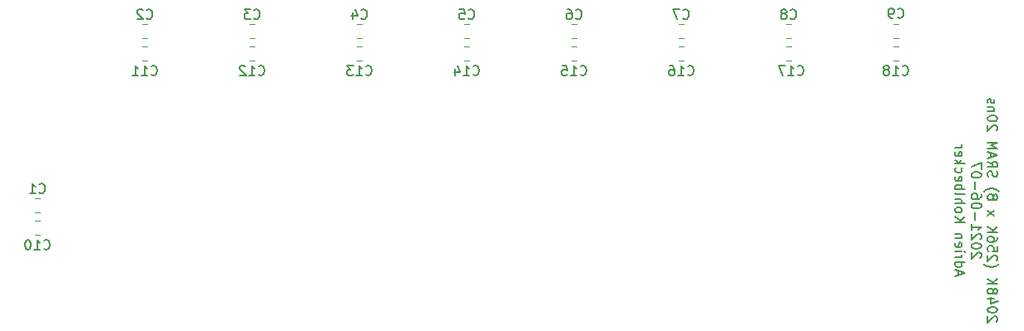
<source format=gbo>
G04 #@! TF.GenerationSoftware,KiCad,Pcbnew,(5.1.9-0-10_14)*
G04 #@! TF.CreationDate,2021-06-10T12:38:53+02:00*
G04 #@! TF.ProjectId,video_memory,76696465-6f5f-46d6-956d-6f72792e6b69,rev?*
G04 #@! TF.SameCoordinates,Original*
G04 #@! TF.FileFunction,Legend,Bot*
G04 #@! TF.FilePolarity,Positive*
%FSLAX46Y46*%
G04 Gerber Fmt 4.6, Leading zero omitted, Abs format (unit mm)*
G04 Created by KiCad (PCBNEW (5.1.9-0-10_14)) date 2021-06-10 12:38:53*
%MOMM*%
%LPD*%
G01*
G04 APERTURE LIST*
%ADD10C,0.150000*%
%ADD11C,0.120000*%
%ADD12O,1.600000X1.600000*%
%ADD13R,1.600000X1.600000*%
%ADD14C,6.400000*%
%ADD15O,1.700000X1.700000*%
%ADD16R,1.700000X1.700000*%
G04 APERTURE END LIST*
D10*
X179648380Y-115520952D02*
X179696000Y-115473333D01*
X179743619Y-115378095D01*
X179743619Y-115140000D01*
X179696000Y-115044761D01*
X179648380Y-114997142D01*
X179553142Y-114949523D01*
X179457904Y-114949523D01*
X179315047Y-114997142D01*
X178743619Y-115568571D01*
X178743619Y-114949523D01*
X179743619Y-114330476D02*
X179743619Y-114235238D01*
X179696000Y-114140000D01*
X179648380Y-114092380D01*
X179553142Y-114044761D01*
X179362666Y-113997142D01*
X179124571Y-113997142D01*
X178934095Y-114044761D01*
X178838857Y-114092380D01*
X178791238Y-114140000D01*
X178743619Y-114235238D01*
X178743619Y-114330476D01*
X178791238Y-114425714D01*
X178838857Y-114473333D01*
X178934095Y-114520952D01*
X179124571Y-114568571D01*
X179362666Y-114568571D01*
X179553142Y-114520952D01*
X179648380Y-114473333D01*
X179696000Y-114425714D01*
X179743619Y-114330476D01*
X179410285Y-113140000D02*
X178743619Y-113140000D01*
X179791238Y-113378095D02*
X179076952Y-113616190D01*
X179076952Y-112997142D01*
X179315047Y-112473333D02*
X179362666Y-112568571D01*
X179410285Y-112616190D01*
X179505523Y-112663809D01*
X179553142Y-112663809D01*
X179648380Y-112616190D01*
X179696000Y-112568571D01*
X179743619Y-112473333D01*
X179743619Y-112282857D01*
X179696000Y-112187619D01*
X179648380Y-112140000D01*
X179553142Y-112092380D01*
X179505523Y-112092380D01*
X179410285Y-112140000D01*
X179362666Y-112187619D01*
X179315047Y-112282857D01*
X179315047Y-112473333D01*
X179267428Y-112568571D01*
X179219809Y-112616190D01*
X179124571Y-112663809D01*
X178934095Y-112663809D01*
X178838857Y-112616190D01*
X178791238Y-112568571D01*
X178743619Y-112473333D01*
X178743619Y-112282857D01*
X178791238Y-112187619D01*
X178838857Y-112140000D01*
X178934095Y-112092380D01*
X179124571Y-112092380D01*
X179219809Y-112140000D01*
X179267428Y-112187619D01*
X179315047Y-112282857D01*
X178743619Y-111663809D02*
X179743619Y-111663809D01*
X178743619Y-111092380D02*
X179315047Y-111520952D01*
X179743619Y-111092380D02*
X179172190Y-111663809D01*
X178362666Y-109616190D02*
X178410285Y-109663809D01*
X178553142Y-109759047D01*
X178648380Y-109806666D01*
X178791238Y-109854285D01*
X179029333Y-109901904D01*
X179219809Y-109901904D01*
X179457904Y-109854285D01*
X179600761Y-109806666D01*
X179696000Y-109759047D01*
X179838857Y-109663809D01*
X179886476Y-109616190D01*
X179648380Y-109282857D02*
X179696000Y-109235238D01*
X179743619Y-109140000D01*
X179743619Y-108901904D01*
X179696000Y-108806666D01*
X179648380Y-108759047D01*
X179553142Y-108711428D01*
X179457904Y-108711428D01*
X179315047Y-108759047D01*
X178743619Y-109330476D01*
X178743619Y-108711428D01*
X179743619Y-107806666D02*
X179743619Y-108282857D01*
X179267428Y-108330476D01*
X179315047Y-108282857D01*
X179362666Y-108187619D01*
X179362666Y-107949523D01*
X179315047Y-107854285D01*
X179267428Y-107806666D01*
X179172190Y-107759047D01*
X178934095Y-107759047D01*
X178838857Y-107806666D01*
X178791238Y-107854285D01*
X178743619Y-107949523D01*
X178743619Y-108187619D01*
X178791238Y-108282857D01*
X178838857Y-108330476D01*
X179743619Y-106901904D02*
X179743619Y-107092380D01*
X179696000Y-107187619D01*
X179648380Y-107235238D01*
X179505523Y-107330476D01*
X179315047Y-107378095D01*
X178934095Y-107378095D01*
X178838857Y-107330476D01*
X178791238Y-107282857D01*
X178743619Y-107187619D01*
X178743619Y-106997142D01*
X178791238Y-106901904D01*
X178838857Y-106854285D01*
X178934095Y-106806666D01*
X179172190Y-106806666D01*
X179267428Y-106854285D01*
X179315047Y-106901904D01*
X179362666Y-106997142D01*
X179362666Y-107187619D01*
X179315047Y-107282857D01*
X179267428Y-107330476D01*
X179172190Y-107378095D01*
X178743619Y-106378095D02*
X179743619Y-106378095D01*
X178743619Y-105806666D02*
X179315047Y-106235238D01*
X179743619Y-105806666D02*
X179172190Y-106378095D01*
X178743619Y-104711428D02*
X179410285Y-104187619D01*
X179410285Y-104711428D02*
X178743619Y-104187619D01*
X179315047Y-102901904D02*
X179362666Y-102997142D01*
X179410285Y-103044761D01*
X179505523Y-103092380D01*
X179553142Y-103092380D01*
X179648380Y-103044761D01*
X179696000Y-102997142D01*
X179743619Y-102901904D01*
X179743619Y-102711428D01*
X179696000Y-102616190D01*
X179648380Y-102568571D01*
X179553142Y-102520952D01*
X179505523Y-102520952D01*
X179410285Y-102568571D01*
X179362666Y-102616190D01*
X179315047Y-102711428D01*
X179315047Y-102901904D01*
X179267428Y-102997142D01*
X179219809Y-103044761D01*
X179124571Y-103092380D01*
X178934095Y-103092380D01*
X178838857Y-103044761D01*
X178791238Y-102997142D01*
X178743619Y-102901904D01*
X178743619Y-102711428D01*
X178791238Y-102616190D01*
X178838857Y-102568571D01*
X178934095Y-102520952D01*
X179124571Y-102520952D01*
X179219809Y-102568571D01*
X179267428Y-102616190D01*
X179315047Y-102711428D01*
X178362666Y-102187619D02*
X178410285Y-102140000D01*
X178553142Y-102044761D01*
X178648380Y-101997142D01*
X178791238Y-101949523D01*
X179029333Y-101901904D01*
X179219809Y-101901904D01*
X179457904Y-101949523D01*
X179600761Y-101997142D01*
X179696000Y-102044761D01*
X179838857Y-102140000D01*
X179886476Y-102187619D01*
X178791238Y-100711428D02*
X178743619Y-100568571D01*
X178743619Y-100330476D01*
X178791238Y-100235238D01*
X178838857Y-100187619D01*
X178934095Y-100140000D01*
X179029333Y-100140000D01*
X179124571Y-100187619D01*
X179172190Y-100235238D01*
X179219809Y-100330476D01*
X179267428Y-100520952D01*
X179315047Y-100616190D01*
X179362666Y-100663809D01*
X179457904Y-100711428D01*
X179553142Y-100711428D01*
X179648380Y-100663809D01*
X179696000Y-100616190D01*
X179743619Y-100520952D01*
X179743619Y-100282857D01*
X179696000Y-100140000D01*
X178743619Y-99140000D02*
X179219809Y-99473333D01*
X178743619Y-99711428D02*
X179743619Y-99711428D01*
X179743619Y-99330476D01*
X179696000Y-99235238D01*
X179648380Y-99187619D01*
X179553142Y-99140000D01*
X179410285Y-99140000D01*
X179315047Y-99187619D01*
X179267428Y-99235238D01*
X179219809Y-99330476D01*
X179219809Y-99711428D01*
X179029333Y-98759047D02*
X179029333Y-98282857D01*
X178743619Y-98854285D02*
X179743619Y-98520952D01*
X178743619Y-98187619D01*
X178743619Y-97854285D02*
X179743619Y-97854285D01*
X179029333Y-97520952D01*
X179743619Y-97187619D01*
X178743619Y-97187619D01*
X179648380Y-95997142D02*
X179696000Y-95949523D01*
X179743619Y-95854285D01*
X179743619Y-95616190D01*
X179696000Y-95520952D01*
X179648380Y-95473333D01*
X179553142Y-95425714D01*
X179457904Y-95425714D01*
X179315047Y-95473333D01*
X178743619Y-96044761D01*
X178743619Y-95425714D01*
X179743619Y-94806666D02*
X179743619Y-94711428D01*
X179696000Y-94616190D01*
X179648380Y-94568571D01*
X179553142Y-94520952D01*
X179362666Y-94473333D01*
X179124571Y-94473333D01*
X178934095Y-94520952D01*
X178838857Y-94568571D01*
X178791238Y-94616190D01*
X178743619Y-94711428D01*
X178743619Y-94806666D01*
X178791238Y-94901904D01*
X178838857Y-94949523D01*
X178934095Y-94997142D01*
X179124571Y-95044761D01*
X179362666Y-95044761D01*
X179553142Y-94997142D01*
X179648380Y-94949523D01*
X179696000Y-94901904D01*
X179743619Y-94806666D01*
X179410285Y-94044761D02*
X178743619Y-94044761D01*
X179315047Y-94044761D02*
X179362666Y-93997142D01*
X179410285Y-93901904D01*
X179410285Y-93759047D01*
X179362666Y-93663809D01*
X179267428Y-93616190D01*
X178743619Y-93616190D01*
X178791238Y-93187619D02*
X178743619Y-93092380D01*
X178743619Y-92901904D01*
X178791238Y-92806666D01*
X178886476Y-92759047D01*
X178934095Y-92759047D01*
X179029333Y-92806666D01*
X179076952Y-92901904D01*
X179076952Y-93044761D01*
X179124571Y-93140000D01*
X179219809Y-93187619D01*
X179267428Y-93187619D01*
X179362666Y-93140000D01*
X179410285Y-93044761D01*
X179410285Y-92901904D01*
X179362666Y-92806666D01*
X177998380Y-108997142D02*
X178046000Y-108949523D01*
X178093619Y-108854285D01*
X178093619Y-108616190D01*
X178046000Y-108520952D01*
X177998380Y-108473333D01*
X177903142Y-108425714D01*
X177807904Y-108425714D01*
X177665047Y-108473333D01*
X177093619Y-109044761D01*
X177093619Y-108425714D01*
X178093619Y-107806666D02*
X178093619Y-107711428D01*
X178046000Y-107616190D01*
X177998380Y-107568571D01*
X177903142Y-107520952D01*
X177712666Y-107473333D01*
X177474571Y-107473333D01*
X177284095Y-107520952D01*
X177188857Y-107568571D01*
X177141238Y-107616190D01*
X177093619Y-107711428D01*
X177093619Y-107806666D01*
X177141238Y-107901904D01*
X177188857Y-107949523D01*
X177284095Y-107997142D01*
X177474571Y-108044761D01*
X177712666Y-108044761D01*
X177903142Y-107997142D01*
X177998380Y-107949523D01*
X178046000Y-107901904D01*
X178093619Y-107806666D01*
X177998380Y-107092380D02*
X178046000Y-107044761D01*
X178093619Y-106949523D01*
X178093619Y-106711428D01*
X178046000Y-106616190D01*
X177998380Y-106568571D01*
X177903142Y-106520952D01*
X177807904Y-106520952D01*
X177665047Y-106568571D01*
X177093619Y-107140000D01*
X177093619Y-106520952D01*
X177093619Y-105568571D02*
X177093619Y-106140000D01*
X177093619Y-105854285D02*
X178093619Y-105854285D01*
X177950761Y-105949523D01*
X177855523Y-106044761D01*
X177807904Y-106140000D01*
X177474571Y-105140000D02*
X177474571Y-104378095D01*
X178093619Y-103711428D02*
X178093619Y-103616190D01*
X178046000Y-103520952D01*
X177998380Y-103473333D01*
X177903142Y-103425714D01*
X177712666Y-103378095D01*
X177474571Y-103378095D01*
X177284095Y-103425714D01*
X177188857Y-103473333D01*
X177141238Y-103520952D01*
X177093619Y-103616190D01*
X177093619Y-103711428D01*
X177141238Y-103806666D01*
X177188857Y-103854285D01*
X177284095Y-103901904D01*
X177474571Y-103949523D01*
X177712666Y-103949523D01*
X177903142Y-103901904D01*
X177998380Y-103854285D01*
X178046000Y-103806666D01*
X178093619Y-103711428D01*
X178093619Y-102520952D02*
X178093619Y-102711428D01*
X178046000Y-102806666D01*
X177998380Y-102854285D01*
X177855523Y-102949523D01*
X177665047Y-102997142D01*
X177284095Y-102997142D01*
X177188857Y-102949523D01*
X177141238Y-102901904D01*
X177093619Y-102806666D01*
X177093619Y-102616190D01*
X177141238Y-102520952D01*
X177188857Y-102473333D01*
X177284095Y-102425714D01*
X177522190Y-102425714D01*
X177617428Y-102473333D01*
X177665047Y-102520952D01*
X177712666Y-102616190D01*
X177712666Y-102806666D01*
X177665047Y-102901904D01*
X177617428Y-102949523D01*
X177522190Y-102997142D01*
X177474571Y-101997142D02*
X177474571Y-101235238D01*
X178093619Y-100568571D02*
X178093619Y-100473333D01*
X178046000Y-100378095D01*
X177998380Y-100330476D01*
X177903142Y-100282857D01*
X177712666Y-100235238D01*
X177474571Y-100235238D01*
X177284095Y-100282857D01*
X177188857Y-100330476D01*
X177141238Y-100378095D01*
X177093619Y-100473333D01*
X177093619Y-100568571D01*
X177141238Y-100663809D01*
X177188857Y-100711428D01*
X177284095Y-100759047D01*
X177474571Y-100806666D01*
X177712666Y-100806666D01*
X177903142Y-100759047D01*
X177998380Y-100711428D01*
X178046000Y-100663809D01*
X178093619Y-100568571D01*
X178093619Y-99901904D02*
X178093619Y-99235238D01*
X177093619Y-99663809D01*
X175729333Y-110759047D02*
X175729333Y-110282857D01*
X175443619Y-110854285D02*
X176443619Y-110520952D01*
X175443619Y-110187619D01*
X175443619Y-109425714D02*
X176443619Y-109425714D01*
X175491238Y-109425714D02*
X175443619Y-109520952D01*
X175443619Y-109711428D01*
X175491238Y-109806666D01*
X175538857Y-109854285D01*
X175634095Y-109901904D01*
X175919809Y-109901904D01*
X176015047Y-109854285D01*
X176062666Y-109806666D01*
X176110285Y-109711428D01*
X176110285Y-109520952D01*
X176062666Y-109425714D01*
X175443619Y-108949523D02*
X176110285Y-108949523D01*
X175919809Y-108949523D02*
X176015047Y-108901904D01*
X176062666Y-108854285D01*
X176110285Y-108759047D01*
X176110285Y-108663809D01*
X175443619Y-108330476D02*
X176110285Y-108330476D01*
X176443619Y-108330476D02*
X176396000Y-108378095D01*
X176348380Y-108330476D01*
X176396000Y-108282857D01*
X176443619Y-108330476D01*
X176348380Y-108330476D01*
X175491238Y-107473333D02*
X175443619Y-107568571D01*
X175443619Y-107759047D01*
X175491238Y-107854285D01*
X175586476Y-107901904D01*
X175967428Y-107901904D01*
X176062666Y-107854285D01*
X176110285Y-107759047D01*
X176110285Y-107568571D01*
X176062666Y-107473333D01*
X175967428Y-107425714D01*
X175872190Y-107425714D01*
X175776952Y-107901904D01*
X176110285Y-106997142D02*
X175443619Y-106997142D01*
X176015047Y-106997142D02*
X176062666Y-106949523D01*
X176110285Y-106854285D01*
X176110285Y-106711428D01*
X176062666Y-106616190D01*
X175967428Y-106568571D01*
X175443619Y-106568571D01*
X175443619Y-105330476D02*
X176443619Y-105330476D01*
X175443619Y-104759047D02*
X176015047Y-105187619D01*
X176443619Y-104759047D02*
X175872190Y-105330476D01*
X175443619Y-104187619D02*
X175491238Y-104282857D01*
X175538857Y-104330476D01*
X175634095Y-104378095D01*
X175919809Y-104378095D01*
X176015047Y-104330476D01*
X176062666Y-104282857D01*
X176110285Y-104187619D01*
X176110285Y-104044761D01*
X176062666Y-103949523D01*
X176015047Y-103901904D01*
X175919809Y-103854285D01*
X175634095Y-103854285D01*
X175538857Y-103901904D01*
X175491238Y-103949523D01*
X175443619Y-104044761D01*
X175443619Y-104187619D01*
X175443619Y-103425714D02*
X176443619Y-103425714D01*
X175443619Y-102997142D02*
X175967428Y-102997142D01*
X176062666Y-103044761D01*
X176110285Y-103140000D01*
X176110285Y-103282857D01*
X176062666Y-103378095D01*
X176015047Y-103425714D01*
X175443619Y-102378095D02*
X175491238Y-102473333D01*
X175586476Y-102520952D01*
X176443619Y-102520952D01*
X175443619Y-101997142D02*
X176443619Y-101997142D01*
X176062666Y-101997142D02*
X176110285Y-101901904D01*
X176110285Y-101711428D01*
X176062666Y-101616190D01*
X176015047Y-101568571D01*
X175919809Y-101520952D01*
X175634095Y-101520952D01*
X175538857Y-101568571D01*
X175491238Y-101616190D01*
X175443619Y-101711428D01*
X175443619Y-101901904D01*
X175491238Y-101997142D01*
X175491238Y-100711428D02*
X175443619Y-100806666D01*
X175443619Y-100997142D01*
X175491238Y-101092380D01*
X175586476Y-101140000D01*
X175967428Y-101140000D01*
X176062666Y-101092380D01*
X176110285Y-100997142D01*
X176110285Y-100806666D01*
X176062666Y-100711428D01*
X175967428Y-100663809D01*
X175872190Y-100663809D01*
X175776952Y-101140000D01*
X175491238Y-99806666D02*
X175443619Y-99901904D01*
X175443619Y-100092380D01*
X175491238Y-100187619D01*
X175538857Y-100235238D01*
X175634095Y-100282857D01*
X175919809Y-100282857D01*
X176015047Y-100235238D01*
X176062666Y-100187619D01*
X176110285Y-100092380D01*
X176110285Y-99901904D01*
X176062666Y-99806666D01*
X175443619Y-99378095D02*
X176443619Y-99378095D01*
X175824571Y-99282857D02*
X175443619Y-98997142D01*
X176110285Y-98997142D02*
X175729333Y-99378095D01*
X175491238Y-98187619D02*
X175443619Y-98282857D01*
X175443619Y-98473333D01*
X175491238Y-98568571D01*
X175586476Y-98616190D01*
X175967428Y-98616190D01*
X176062666Y-98568571D01*
X176110285Y-98473333D01*
X176110285Y-98282857D01*
X176062666Y-98187619D01*
X175967428Y-98140000D01*
X175872190Y-98140000D01*
X175776952Y-98616190D01*
X175443619Y-97711428D02*
X176110285Y-97711428D01*
X175919809Y-97711428D02*
X176015047Y-97663809D01*
X176062666Y-97616190D01*
X176110285Y-97520952D01*
X176110285Y-97425714D01*
D11*
X169679252Y-88873000D02*
X169156748Y-88873000D01*
X169679252Y-87403000D02*
X169156748Y-87403000D01*
X158757252Y-88873000D02*
X158234748Y-88873000D01*
X158757252Y-87403000D02*
X158234748Y-87403000D01*
X147835252Y-88873000D02*
X147312748Y-88873000D01*
X147835252Y-87403000D02*
X147312748Y-87403000D01*
X136913252Y-88873000D02*
X136390748Y-88873000D01*
X136913252Y-87403000D02*
X136390748Y-87403000D01*
X125991252Y-88873000D02*
X125468748Y-88873000D01*
X125991252Y-87403000D02*
X125468748Y-87403000D01*
X115069252Y-88873000D02*
X114546748Y-88873000D01*
X115069252Y-87403000D02*
X114546748Y-87403000D01*
X104147252Y-88873000D02*
X103624748Y-88873000D01*
X104147252Y-87403000D02*
X103624748Y-87403000D01*
X93225252Y-88873000D02*
X92702748Y-88873000D01*
X93225252Y-87403000D02*
X92702748Y-87403000D01*
X82303252Y-106653000D02*
X81780748Y-106653000D01*
X82303252Y-105183000D02*
X81780748Y-105183000D01*
X169679252Y-86587000D02*
X169156748Y-86587000D01*
X169679252Y-85117000D02*
X169156748Y-85117000D01*
X158757252Y-86587000D02*
X158234748Y-86587000D01*
X158757252Y-85117000D02*
X158234748Y-85117000D01*
X147835252Y-86587000D02*
X147312748Y-86587000D01*
X147835252Y-85117000D02*
X147312748Y-85117000D01*
X136913252Y-86587000D02*
X136390748Y-86587000D01*
X136913252Y-85117000D02*
X136390748Y-85117000D01*
X125991252Y-86587000D02*
X125468748Y-86587000D01*
X125991252Y-85117000D02*
X125468748Y-85117000D01*
X115069252Y-86587000D02*
X114546748Y-86587000D01*
X115069252Y-85117000D02*
X114546748Y-85117000D01*
X104147252Y-86587000D02*
X103624748Y-86587000D01*
X104147252Y-85117000D02*
X103624748Y-85117000D01*
X93225252Y-86587000D02*
X92702748Y-86587000D01*
X93225252Y-85117000D02*
X92702748Y-85117000D01*
X82303252Y-104367000D02*
X81780748Y-104367000D01*
X82303252Y-102897000D02*
X81780748Y-102897000D01*
D10*
X170060857Y-90273142D02*
X170108476Y-90320761D01*
X170251333Y-90368380D01*
X170346571Y-90368380D01*
X170489428Y-90320761D01*
X170584666Y-90225523D01*
X170632285Y-90130285D01*
X170679904Y-89939809D01*
X170679904Y-89796952D01*
X170632285Y-89606476D01*
X170584666Y-89511238D01*
X170489428Y-89416000D01*
X170346571Y-89368380D01*
X170251333Y-89368380D01*
X170108476Y-89416000D01*
X170060857Y-89463619D01*
X169108476Y-90368380D02*
X169679904Y-90368380D01*
X169394190Y-90368380D02*
X169394190Y-89368380D01*
X169489428Y-89511238D01*
X169584666Y-89606476D01*
X169679904Y-89654095D01*
X168537047Y-89796952D02*
X168632285Y-89749333D01*
X168679904Y-89701714D01*
X168727523Y-89606476D01*
X168727523Y-89558857D01*
X168679904Y-89463619D01*
X168632285Y-89416000D01*
X168537047Y-89368380D01*
X168346571Y-89368380D01*
X168251333Y-89416000D01*
X168203714Y-89463619D01*
X168156095Y-89558857D01*
X168156095Y-89606476D01*
X168203714Y-89701714D01*
X168251333Y-89749333D01*
X168346571Y-89796952D01*
X168537047Y-89796952D01*
X168632285Y-89844571D01*
X168679904Y-89892190D01*
X168727523Y-89987428D01*
X168727523Y-90177904D01*
X168679904Y-90273142D01*
X168632285Y-90320761D01*
X168537047Y-90368380D01*
X168346571Y-90368380D01*
X168251333Y-90320761D01*
X168203714Y-90273142D01*
X168156095Y-90177904D01*
X168156095Y-89987428D01*
X168203714Y-89892190D01*
X168251333Y-89844571D01*
X168346571Y-89796952D01*
X159392857Y-90273142D02*
X159440476Y-90320761D01*
X159583333Y-90368380D01*
X159678571Y-90368380D01*
X159821428Y-90320761D01*
X159916666Y-90225523D01*
X159964285Y-90130285D01*
X160011904Y-89939809D01*
X160011904Y-89796952D01*
X159964285Y-89606476D01*
X159916666Y-89511238D01*
X159821428Y-89416000D01*
X159678571Y-89368380D01*
X159583333Y-89368380D01*
X159440476Y-89416000D01*
X159392857Y-89463619D01*
X158440476Y-90368380D02*
X159011904Y-90368380D01*
X158726190Y-90368380D02*
X158726190Y-89368380D01*
X158821428Y-89511238D01*
X158916666Y-89606476D01*
X159011904Y-89654095D01*
X158107142Y-89368380D02*
X157440476Y-89368380D01*
X157869047Y-90368380D01*
X148216857Y-90273142D02*
X148264476Y-90320761D01*
X148407333Y-90368380D01*
X148502571Y-90368380D01*
X148645428Y-90320761D01*
X148740666Y-90225523D01*
X148788285Y-90130285D01*
X148835904Y-89939809D01*
X148835904Y-89796952D01*
X148788285Y-89606476D01*
X148740666Y-89511238D01*
X148645428Y-89416000D01*
X148502571Y-89368380D01*
X148407333Y-89368380D01*
X148264476Y-89416000D01*
X148216857Y-89463619D01*
X147264476Y-90368380D02*
X147835904Y-90368380D01*
X147550190Y-90368380D02*
X147550190Y-89368380D01*
X147645428Y-89511238D01*
X147740666Y-89606476D01*
X147835904Y-89654095D01*
X146407333Y-89368380D02*
X146597809Y-89368380D01*
X146693047Y-89416000D01*
X146740666Y-89463619D01*
X146835904Y-89606476D01*
X146883523Y-89796952D01*
X146883523Y-90177904D01*
X146835904Y-90273142D01*
X146788285Y-90320761D01*
X146693047Y-90368380D01*
X146502571Y-90368380D01*
X146407333Y-90320761D01*
X146359714Y-90273142D01*
X146312095Y-90177904D01*
X146312095Y-89939809D01*
X146359714Y-89844571D01*
X146407333Y-89796952D01*
X146502571Y-89749333D01*
X146693047Y-89749333D01*
X146788285Y-89796952D01*
X146835904Y-89844571D01*
X146883523Y-89939809D01*
X137294857Y-90273142D02*
X137342476Y-90320761D01*
X137485333Y-90368380D01*
X137580571Y-90368380D01*
X137723428Y-90320761D01*
X137818666Y-90225523D01*
X137866285Y-90130285D01*
X137913904Y-89939809D01*
X137913904Y-89796952D01*
X137866285Y-89606476D01*
X137818666Y-89511238D01*
X137723428Y-89416000D01*
X137580571Y-89368380D01*
X137485333Y-89368380D01*
X137342476Y-89416000D01*
X137294857Y-89463619D01*
X136342476Y-90368380D02*
X136913904Y-90368380D01*
X136628190Y-90368380D02*
X136628190Y-89368380D01*
X136723428Y-89511238D01*
X136818666Y-89606476D01*
X136913904Y-89654095D01*
X135437714Y-89368380D02*
X135913904Y-89368380D01*
X135961523Y-89844571D01*
X135913904Y-89796952D01*
X135818666Y-89749333D01*
X135580571Y-89749333D01*
X135485333Y-89796952D01*
X135437714Y-89844571D01*
X135390095Y-89939809D01*
X135390095Y-90177904D01*
X135437714Y-90273142D01*
X135485333Y-90320761D01*
X135580571Y-90368380D01*
X135818666Y-90368380D01*
X135913904Y-90320761D01*
X135961523Y-90273142D01*
X126372857Y-90273142D02*
X126420476Y-90320761D01*
X126563333Y-90368380D01*
X126658571Y-90368380D01*
X126801428Y-90320761D01*
X126896666Y-90225523D01*
X126944285Y-90130285D01*
X126991904Y-89939809D01*
X126991904Y-89796952D01*
X126944285Y-89606476D01*
X126896666Y-89511238D01*
X126801428Y-89416000D01*
X126658571Y-89368380D01*
X126563333Y-89368380D01*
X126420476Y-89416000D01*
X126372857Y-89463619D01*
X125420476Y-90368380D02*
X125991904Y-90368380D01*
X125706190Y-90368380D02*
X125706190Y-89368380D01*
X125801428Y-89511238D01*
X125896666Y-89606476D01*
X125991904Y-89654095D01*
X124563333Y-89701714D02*
X124563333Y-90368380D01*
X124801428Y-89320761D02*
X125039523Y-90035047D01*
X124420476Y-90035047D01*
X115450857Y-90273142D02*
X115498476Y-90320761D01*
X115641333Y-90368380D01*
X115736571Y-90368380D01*
X115879428Y-90320761D01*
X115974666Y-90225523D01*
X116022285Y-90130285D01*
X116069904Y-89939809D01*
X116069904Y-89796952D01*
X116022285Y-89606476D01*
X115974666Y-89511238D01*
X115879428Y-89416000D01*
X115736571Y-89368380D01*
X115641333Y-89368380D01*
X115498476Y-89416000D01*
X115450857Y-89463619D01*
X114498476Y-90368380D02*
X115069904Y-90368380D01*
X114784190Y-90368380D02*
X114784190Y-89368380D01*
X114879428Y-89511238D01*
X114974666Y-89606476D01*
X115069904Y-89654095D01*
X114165142Y-89368380D02*
X113546095Y-89368380D01*
X113879428Y-89749333D01*
X113736571Y-89749333D01*
X113641333Y-89796952D01*
X113593714Y-89844571D01*
X113546095Y-89939809D01*
X113546095Y-90177904D01*
X113593714Y-90273142D01*
X113641333Y-90320761D01*
X113736571Y-90368380D01*
X114022285Y-90368380D01*
X114117523Y-90320761D01*
X114165142Y-90273142D01*
X104528857Y-90273142D02*
X104576476Y-90320761D01*
X104719333Y-90368380D01*
X104814571Y-90368380D01*
X104957428Y-90320761D01*
X105052666Y-90225523D01*
X105100285Y-90130285D01*
X105147904Y-89939809D01*
X105147904Y-89796952D01*
X105100285Y-89606476D01*
X105052666Y-89511238D01*
X104957428Y-89416000D01*
X104814571Y-89368380D01*
X104719333Y-89368380D01*
X104576476Y-89416000D01*
X104528857Y-89463619D01*
X103576476Y-90368380D02*
X104147904Y-90368380D01*
X103862190Y-90368380D02*
X103862190Y-89368380D01*
X103957428Y-89511238D01*
X104052666Y-89606476D01*
X104147904Y-89654095D01*
X103195523Y-89463619D02*
X103147904Y-89416000D01*
X103052666Y-89368380D01*
X102814571Y-89368380D01*
X102719333Y-89416000D01*
X102671714Y-89463619D01*
X102624095Y-89558857D01*
X102624095Y-89654095D01*
X102671714Y-89796952D01*
X103243142Y-90368380D01*
X102624095Y-90368380D01*
X93606857Y-90273142D02*
X93654476Y-90320761D01*
X93797333Y-90368380D01*
X93892571Y-90368380D01*
X94035428Y-90320761D01*
X94130666Y-90225523D01*
X94178285Y-90130285D01*
X94225904Y-89939809D01*
X94225904Y-89796952D01*
X94178285Y-89606476D01*
X94130666Y-89511238D01*
X94035428Y-89416000D01*
X93892571Y-89368380D01*
X93797333Y-89368380D01*
X93654476Y-89416000D01*
X93606857Y-89463619D01*
X92654476Y-90368380D02*
X93225904Y-90368380D01*
X92940190Y-90368380D02*
X92940190Y-89368380D01*
X93035428Y-89511238D01*
X93130666Y-89606476D01*
X93225904Y-89654095D01*
X91702095Y-90368380D02*
X92273523Y-90368380D01*
X91987809Y-90368380D02*
X91987809Y-89368380D01*
X92083047Y-89511238D01*
X92178285Y-89606476D01*
X92273523Y-89654095D01*
X82684857Y-108053142D02*
X82732476Y-108100761D01*
X82875333Y-108148380D01*
X82970571Y-108148380D01*
X83113428Y-108100761D01*
X83208666Y-108005523D01*
X83256285Y-107910285D01*
X83303904Y-107719809D01*
X83303904Y-107576952D01*
X83256285Y-107386476D01*
X83208666Y-107291238D01*
X83113428Y-107196000D01*
X82970571Y-107148380D01*
X82875333Y-107148380D01*
X82732476Y-107196000D01*
X82684857Y-107243619D01*
X81732476Y-108148380D02*
X82303904Y-108148380D01*
X82018190Y-108148380D02*
X82018190Y-107148380D01*
X82113428Y-107291238D01*
X82208666Y-107386476D01*
X82303904Y-107434095D01*
X81113428Y-107148380D02*
X81018190Y-107148380D01*
X80922952Y-107196000D01*
X80875333Y-107243619D01*
X80827714Y-107338857D01*
X80780095Y-107529333D01*
X80780095Y-107767428D01*
X80827714Y-107957904D01*
X80875333Y-108053142D01*
X80922952Y-108100761D01*
X81018190Y-108148380D01*
X81113428Y-108148380D01*
X81208666Y-108100761D01*
X81256285Y-108053142D01*
X81303904Y-107957904D01*
X81351523Y-107767428D01*
X81351523Y-107529333D01*
X81303904Y-107338857D01*
X81256285Y-107243619D01*
X81208666Y-107196000D01*
X81113428Y-107148380D01*
X169584666Y-84431142D02*
X169632285Y-84478761D01*
X169775142Y-84526380D01*
X169870380Y-84526380D01*
X170013238Y-84478761D01*
X170108476Y-84383523D01*
X170156095Y-84288285D01*
X170203714Y-84097809D01*
X170203714Y-83954952D01*
X170156095Y-83764476D01*
X170108476Y-83669238D01*
X170013238Y-83574000D01*
X169870380Y-83526380D01*
X169775142Y-83526380D01*
X169632285Y-83574000D01*
X169584666Y-83621619D01*
X169108476Y-84526380D02*
X168918000Y-84526380D01*
X168822761Y-84478761D01*
X168775142Y-84431142D01*
X168679904Y-84288285D01*
X168632285Y-84097809D01*
X168632285Y-83716857D01*
X168679904Y-83621619D01*
X168727523Y-83574000D01*
X168822761Y-83526380D01*
X169013238Y-83526380D01*
X169108476Y-83574000D01*
X169156095Y-83621619D01*
X169203714Y-83716857D01*
X169203714Y-83954952D01*
X169156095Y-84050190D01*
X169108476Y-84097809D01*
X169013238Y-84145428D01*
X168822761Y-84145428D01*
X168727523Y-84097809D01*
X168679904Y-84050190D01*
X168632285Y-83954952D01*
X158662666Y-84529142D02*
X158710285Y-84576761D01*
X158853142Y-84624380D01*
X158948380Y-84624380D01*
X159091238Y-84576761D01*
X159186476Y-84481523D01*
X159234095Y-84386285D01*
X159281714Y-84195809D01*
X159281714Y-84052952D01*
X159234095Y-83862476D01*
X159186476Y-83767238D01*
X159091238Y-83672000D01*
X158948380Y-83624380D01*
X158853142Y-83624380D01*
X158710285Y-83672000D01*
X158662666Y-83719619D01*
X158091238Y-84052952D02*
X158186476Y-84005333D01*
X158234095Y-83957714D01*
X158281714Y-83862476D01*
X158281714Y-83814857D01*
X158234095Y-83719619D01*
X158186476Y-83672000D01*
X158091238Y-83624380D01*
X157900761Y-83624380D01*
X157805523Y-83672000D01*
X157757904Y-83719619D01*
X157710285Y-83814857D01*
X157710285Y-83862476D01*
X157757904Y-83957714D01*
X157805523Y-84005333D01*
X157900761Y-84052952D01*
X158091238Y-84052952D01*
X158186476Y-84100571D01*
X158234095Y-84148190D01*
X158281714Y-84243428D01*
X158281714Y-84433904D01*
X158234095Y-84529142D01*
X158186476Y-84576761D01*
X158091238Y-84624380D01*
X157900761Y-84624380D01*
X157805523Y-84576761D01*
X157757904Y-84529142D01*
X157710285Y-84433904D01*
X157710285Y-84243428D01*
X157757904Y-84148190D01*
X157805523Y-84100571D01*
X157900761Y-84052952D01*
X147740666Y-84529142D02*
X147788285Y-84576761D01*
X147931142Y-84624380D01*
X148026380Y-84624380D01*
X148169238Y-84576761D01*
X148264476Y-84481523D01*
X148312095Y-84386285D01*
X148359714Y-84195809D01*
X148359714Y-84052952D01*
X148312095Y-83862476D01*
X148264476Y-83767238D01*
X148169238Y-83672000D01*
X148026380Y-83624380D01*
X147931142Y-83624380D01*
X147788285Y-83672000D01*
X147740666Y-83719619D01*
X147407333Y-83624380D02*
X146740666Y-83624380D01*
X147169238Y-84624380D01*
X136818666Y-84529142D02*
X136866285Y-84576761D01*
X137009142Y-84624380D01*
X137104380Y-84624380D01*
X137247238Y-84576761D01*
X137342476Y-84481523D01*
X137390095Y-84386285D01*
X137437714Y-84195809D01*
X137437714Y-84052952D01*
X137390095Y-83862476D01*
X137342476Y-83767238D01*
X137247238Y-83672000D01*
X137104380Y-83624380D01*
X137009142Y-83624380D01*
X136866285Y-83672000D01*
X136818666Y-83719619D01*
X135961523Y-83624380D02*
X136152000Y-83624380D01*
X136247238Y-83672000D01*
X136294857Y-83719619D01*
X136390095Y-83862476D01*
X136437714Y-84052952D01*
X136437714Y-84433904D01*
X136390095Y-84529142D01*
X136342476Y-84576761D01*
X136247238Y-84624380D01*
X136056761Y-84624380D01*
X135961523Y-84576761D01*
X135913904Y-84529142D01*
X135866285Y-84433904D01*
X135866285Y-84195809D01*
X135913904Y-84100571D01*
X135961523Y-84052952D01*
X136056761Y-84005333D01*
X136247238Y-84005333D01*
X136342476Y-84052952D01*
X136390095Y-84100571D01*
X136437714Y-84195809D01*
X125896666Y-84529142D02*
X125944285Y-84576761D01*
X126087142Y-84624380D01*
X126182380Y-84624380D01*
X126325238Y-84576761D01*
X126420476Y-84481523D01*
X126468095Y-84386285D01*
X126515714Y-84195809D01*
X126515714Y-84052952D01*
X126468095Y-83862476D01*
X126420476Y-83767238D01*
X126325238Y-83672000D01*
X126182380Y-83624380D01*
X126087142Y-83624380D01*
X125944285Y-83672000D01*
X125896666Y-83719619D01*
X124991904Y-83624380D02*
X125468095Y-83624380D01*
X125515714Y-84100571D01*
X125468095Y-84052952D01*
X125372857Y-84005333D01*
X125134761Y-84005333D01*
X125039523Y-84052952D01*
X124991904Y-84100571D01*
X124944285Y-84195809D01*
X124944285Y-84433904D01*
X124991904Y-84529142D01*
X125039523Y-84576761D01*
X125134761Y-84624380D01*
X125372857Y-84624380D01*
X125468095Y-84576761D01*
X125515714Y-84529142D01*
X114974666Y-84529142D02*
X115022285Y-84576761D01*
X115165142Y-84624380D01*
X115260380Y-84624380D01*
X115403238Y-84576761D01*
X115498476Y-84481523D01*
X115546095Y-84386285D01*
X115593714Y-84195809D01*
X115593714Y-84052952D01*
X115546095Y-83862476D01*
X115498476Y-83767238D01*
X115403238Y-83672000D01*
X115260380Y-83624380D01*
X115165142Y-83624380D01*
X115022285Y-83672000D01*
X114974666Y-83719619D01*
X114117523Y-83957714D02*
X114117523Y-84624380D01*
X114355619Y-83576761D02*
X114593714Y-84291047D01*
X113974666Y-84291047D01*
X104052666Y-84529142D02*
X104100285Y-84576761D01*
X104243142Y-84624380D01*
X104338380Y-84624380D01*
X104481238Y-84576761D01*
X104576476Y-84481523D01*
X104624095Y-84386285D01*
X104671714Y-84195809D01*
X104671714Y-84052952D01*
X104624095Y-83862476D01*
X104576476Y-83767238D01*
X104481238Y-83672000D01*
X104338380Y-83624380D01*
X104243142Y-83624380D01*
X104100285Y-83672000D01*
X104052666Y-83719619D01*
X103719333Y-83624380D02*
X103100285Y-83624380D01*
X103433619Y-84005333D01*
X103290761Y-84005333D01*
X103195523Y-84052952D01*
X103147904Y-84100571D01*
X103100285Y-84195809D01*
X103100285Y-84433904D01*
X103147904Y-84529142D01*
X103195523Y-84576761D01*
X103290761Y-84624380D01*
X103576476Y-84624380D01*
X103671714Y-84576761D01*
X103719333Y-84529142D01*
X93130666Y-84529142D02*
X93178285Y-84576761D01*
X93321142Y-84624380D01*
X93416380Y-84624380D01*
X93559238Y-84576761D01*
X93654476Y-84481523D01*
X93702095Y-84386285D01*
X93749714Y-84195809D01*
X93749714Y-84052952D01*
X93702095Y-83862476D01*
X93654476Y-83767238D01*
X93559238Y-83672000D01*
X93416380Y-83624380D01*
X93321142Y-83624380D01*
X93178285Y-83672000D01*
X93130666Y-83719619D01*
X92749714Y-83719619D02*
X92702095Y-83672000D01*
X92606857Y-83624380D01*
X92368761Y-83624380D01*
X92273523Y-83672000D01*
X92225904Y-83719619D01*
X92178285Y-83814857D01*
X92178285Y-83910095D01*
X92225904Y-84052952D01*
X92797333Y-84624380D01*
X92178285Y-84624380D01*
X82208666Y-102309142D02*
X82256285Y-102356761D01*
X82399142Y-102404380D01*
X82494380Y-102404380D01*
X82637238Y-102356761D01*
X82732476Y-102261523D01*
X82780095Y-102166285D01*
X82827714Y-101975809D01*
X82827714Y-101832952D01*
X82780095Y-101642476D01*
X82732476Y-101547238D01*
X82637238Y-101452000D01*
X82494380Y-101404380D01*
X82399142Y-101404380D01*
X82256285Y-101452000D01*
X82208666Y-101499619D01*
X81256285Y-102404380D02*
X81827714Y-102404380D01*
X81542000Y-102404380D02*
X81542000Y-101404380D01*
X81637238Y-101547238D01*
X81732476Y-101642476D01*
X81827714Y-101690095D01*
%LPC*%
D12*
X96266000Y-85905000D03*
X88646000Y-118925000D03*
X96266000Y-88445000D03*
X88646000Y-116385000D03*
X96266000Y-90985000D03*
X88646000Y-113845000D03*
X96266000Y-93525000D03*
X88646000Y-111305000D03*
X96266000Y-96065000D03*
X88646000Y-108765000D03*
X96266000Y-98605000D03*
X88646000Y-106225000D03*
X96266000Y-101145000D03*
X88646000Y-103685000D03*
X96266000Y-103685000D03*
X88646000Y-101145000D03*
X96266000Y-106225000D03*
X88646000Y-98605000D03*
X96266000Y-108765000D03*
X88646000Y-96065000D03*
X96266000Y-111305000D03*
X88646000Y-93525000D03*
X96266000Y-113845000D03*
X88646000Y-90985000D03*
X96266000Y-116385000D03*
X88646000Y-88445000D03*
X96266000Y-118925000D03*
D13*
X88646000Y-85905000D03*
G36*
G01*
X168968000Y-87663000D02*
X168968000Y-88613000D01*
G75*
G02*
X168718000Y-88863000I-250000J0D01*
G01*
X168043000Y-88863000D01*
G75*
G02*
X167793000Y-88613000I0J250000D01*
G01*
X167793000Y-87663000D01*
G75*
G02*
X168043000Y-87413000I250000J0D01*
G01*
X168718000Y-87413000D01*
G75*
G02*
X168968000Y-87663000I0J-250000D01*
G01*
G37*
G36*
G01*
X171043000Y-87663000D02*
X171043000Y-88613000D01*
G75*
G02*
X170793000Y-88863000I-250000J0D01*
G01*
X170118000Y-88863000D01*
G75*
G02*
X169868000Y-88613000I0J250000D01*
G01*
X169868000Y-87663000D01*
G75*
G02*
X170118000Y-87413000I250000J0D01*
G01*
X170793000Y-87413000D01*
G75*
G02*
X171043000Y-87663000I0J-250000D01*
G01*
G37*
G36*
G01*
X158046000Y-87663000D02*
X158046000Y-88613000D01*
G75*
G02*
X157796000Y-88863000I-250000J0D01*
G01*
X157121000Y-88863000D01*
G75*
G02*
X156871000Y-88613000I0J250000D01*
G01*
X156871000Y-87663000D01*
G75*
G02*
X157121000Y-87413000I250000J0D01*
G01*
X157796000Y-87413000D01*
G75*
G02*
X158046000Y-87663000I0J-250000D01*
G01*
G37*
G36*
G01*
X160121000Y-87663000D02*
X160121000Y-88613000D01*
G75*
G02*
X159871000Y-88863000I-250000J0D01*
G01*
X159196000Y-88863000D01*
G75*
G02*
X158946000Y-88613000I0J250000D01*
G01*
X158946000Y-87663000D01*
G75*
G02*
X159196000Y-87413000I250000J0D01*
G01*
X159871000Y-87413000D01*
G75*
G02*
X160121000Y-87663000I0J-250000D01*
G01*
G37*
G36*
G01*
X147124000Y-87663000D02*
X147124000Y-88613000D01*
G75*
G02*
X146874000Y-88863000I-250000J0D01*
G01*
X146199000Y-88863000D01*
G75*
G02*
X145949000Y-88613000I0J250000D01*
G01*
X145949000Y-87663000D01*
G75*
G02*
X146199000Y-87413000I250000J0D01*
G01*
X146874000Y-87413000D01*
G75*
G02*
X147124000Y-87663000I0J-250000D01*
G01*
G37*
G36*
G01*
X149199000Y-87663000D02*
X149199000Y-88613000D01*
G75*
G02*
X148949000Y-88863000I-250000J0D01*
G01*
X148274000Y-88863000D01*
G75*
G02*
X148024000Y-88613000I0J250000D01*
G01*
X148024000Y-87663000D01*
G75*
G02*
X148274000Y-87413000I250000J0D01*
G01*
X148949000Y-87413000D01*
G75*
G02*
X149199000Y-87663000I0J-250000D01*
G01*
G37*
G36*
G01*
X136202000Y-87663000D02*
X136202000Y-88613000D01*
G75*
G02*
X135952000Y-88863000I-250000J0D01*
G01*
X135277000Y-88863000D01*
G75*
G02*
X135027000Y-88613000I0J250000D01*
G01*
X135027000Y-87663000D01*
G75*
G02*
X135277000Y-87413000I250000J0D01*
G01*
X135952000Y-87413000D01*
G75*
G02*
X136202000Y-87663000I0J-250000D01*
G01*
G37*
G36*
G01*
X138277000Y-87663000D02*
X138277000Y-88613000D01*
G75*
G02*
X138027000Y-88863000I-250000J0D01*
G01*
X137352000Y-88863000D01*
G75*
G02*
X137102000Y-88613000I0J250000D01*
G01*
X137102000Y-87663000D01*
G75*
G02*
X137352000Y-87413000I250000J0D01*
G01*
X138027000Y-87413000D01*
G75*
G02*
X138277000Y-87663000I0J-250000D01*
G01*
G37*
G36*
G01*
X125280000Y-87663000D02*
X125280000Y-88613000D01*
G75*
G02*
X125030000Y-88863000I-250000J0D01*
G01*
X124355000Y-88863000D01*
G75*
G02*
X124105000Y-88613000I0J250000D01*
G01*
X124105000Y-87663000D01*
G75*
G02*
X124355000Y-87413000I250000J0D01*
G01*
X125030000Y-87413000D01*
G75*
G02*
X125280000Y-87663000I0J-250000D01*
G01*
G37*
G36*
G01*
X127355000Y-87663000D02*
X127355000Y-88613000D01*
G75*
G02*
X127105000Y-88863000I-250000J0D01*
G01*
X126430000Y-88863000D01*
G75*
G02*
X126180000Y-88613000I0J250000D01*
G01*
X126180000Y-87663000D01*
G75*
G02*
X126430000Y-87413000I250000J0D01*
G01*
X127105000Y-87413000D01*
G75*
G02*
X127355000Y-87663000I0J-250000D01*
G01*
G37*
G36*
G01*
X114358000Y-87663000D02*
X114358000Y-88613000D01*
G75*
G02*
X114108000Y-88863000I-250000J0D01*
G01*
X113433000Y-88863000D01*
G75*
G02*
X113183000Y-88613000I0J250000D01*
G01*
X113183000Y-87663000D01*
G75*
G02*
X113433000Y-87413000I250000J0D01*
G01*
X114108000Y-87413000D01*
G75*
G02*
X114358000Y-87663000I0J-250000D01*
G01*
G37*
G36*
G01*
X116433000Y-87663000D02*
X116433000Y-88613000D01*
G75*
G02*
X116183000Y-88863000I-250000J0D01*
G01*
X115508000Y-88863000D01*
G75*
G02*
X115258000Y-88613000I0J250000D01*
G01*
X115258000Y-87663000D01*
G75*
G02*
X115508000Y-87413000I250000J0D01*
G01*
X116183000Y-87413000D01*
G75*
G02*
X116433000Y-87663000I0J-250000D01*
G01*
G37*
G36*
G01*
X103436000Y-87663000D02*
X103436000Y-88613000D01*
G75*
G02*
X103186000Y-88863000I-250000J0D01*
G01*
X102511000Y-88863000D01*
G75*
G02*
X102261000Y-88613000I0J250000D01*
G01*
X102261000Y-87663000D01*
G75*
G02*
X102511000Y-87413000I250000J0D01*
G01*
X103186000Y-87413000D01*
G75*
G02*
X103436000Y-87663000I0J-250000D01*
G01*
G37*
G36*
G01*
X105511000Y-87663000D02*
X105511000Y-88613000D01*
G75*
G02*
X105261000Y-88863000I-250000J0D01*
G01*
X104586000Y-88863000D01*
G75*
G02*
X104336000Y-88613000I0J250000D01*
G01*
X104336000Y-87663000D01*
G75*
G02*
X104586000Y-87413000I250000J0D01*
G01*
X105261000Y-87413000D01*
G75*
G02*
X105511000Y-87663000I0J-250000D01*
G01*
G37*
G36*
G01*
X92514000Y-87663000D02*
X92514000Y-88613000D01*
G75*
G02*
X92264000Y-88863000I-250000J0D01*
G01*
X91589000Y-88863000D01*
G75*
G02*
X91339000Y-88613000I0J250000D01*
G01*
X91339000Y-87663000D01*
G75*
G02*
X91589000Y-87413000I250000J0D01*
G01*
X92264000Y-87413000D01*
G75*
G02*
X92514000Y-87663000I0J-250000D01*
G01*
G37*
G36*
G01*
X94589000Y-87663000D02*
X94589000Y-88613000D01*
G75*
G02*
X94339000Y-88863000I-250000J0D01*
G01*
X93664000Y-88863000D01*
G75*
G02*
X93414000Y-88613000I0J250000D01*
G01*
X93414000Y-87663000D01*
G75*
G02*
X93664000Y-87413000I250000J0D01*
G01*
X94339000Y-87413000D01*
G75*
G02*
X94589000Y-87663000I0J-250000D01*
G01*
G37*
G36*
G01*
X81592000Y-105443000D02*
X81592000Y-106393000D01*
G75*
G02*
X81342000Y-106643000I-250000J0D01*
G01*
X80667000Y-106643000D01*
G75*
G02*
X80417000Y-106393000I0J250000D01*
G01*
X80417000Y-105443000D01*
G75*
G02*
X80667000Y-105193000I250000J0D01*
G01*
X81342000Y-105193000D01*
G75*
G02*
X81592000Y-105443000I0J-250000D01*
G01*
G37*
G36*
G01*
X83667000Y-105443000D02*
X83667000Y-106393000D01*
G75*
G02*
X83417000Y-106643000I-250000J0D01*
G01*
X82742000Y-106643000D01*
G75*
G02*
X82492000Y-106393000I0J250000D01*
G01*
X82492000Y-105443000D01*
G75*
G02*
X82742000Y-105193000I250000J0D01*
G01*
X83417000Y-105193000D01*
G75*
G02*
X83667000Y-105443000I0J-250000D01*
G01*
G37*
G36*
G01*
X168968000Y-85377000D02*
X168968000Y-86327000D01*
G75*
G02*
X168718000Y-86577000I-250000J0D01*
G01*
X168043000Y-86577000D01*
G75*
G02*
X167793000Y-86327000I0J250000D01*
G01*
X167793000Y-85377000D01*
G75*
G02*
X168043000Y-85127000I250000J0D01*
G01*
X168718000Y-85127000D01*
G75*
G02*
X168968000Y-85377000I0J-250000D01*
G01*
G37*
G36*
G01*
X171043000Y-85377000D02*
X171043000Y-86327000D01*
G75*
G02*
X170793000Y-86577000I-250000J0D01*
G01*
X170118000Y-86577000D01*
G75*
G02*
X169868000Y-86327000I0J250000D01*
G01*
X169868000Y-85377000D01*
G75*
G02*
X170118000Y-85127000I250000J0D01*
G01*
X170793000Y-85127000D01*
G75*
G02*
X171043000Y-85377000I0J-250000D01*
G01*
G37*
G36*
G01*
X158046000Y-85377000D02*
X158046000Y-86327000D01*
G75*
G02*
X157796000Y-86577000I-250000J0D01*
G01*
X157121000Y-86577000D01*
G75*
G02*
X156871000Y-86327000I0J250000D01*
G01*
X156871000Y-85377000D01*
G75*
G02*
X157121000Y-85127000I250000J0D01*
G01*
X157796000Y-85127000D01*
G75*
G02*
X158046000Y-85377000I0J-250000D01*
G01*
G37*
G36*
G01*
X160121000Y-85377000D02*
X160121000Y-86327000D01*
G75*
G02*
X159871000Y-86577000I-250000J0D01*
G01*
X159196000Y-86577000D01*
G75*
G02*
X158946000Y-86327000I0J250000D01*
G01*
X158946000Y-85377000D01*
G75*
G02*
X159196000Y-85127000I250000J0D01*
G01*
X159871000Y-85127000D01*
G75*
G02*
X160121000Y-85377000I0J-250000D01*
G01*
G37*
G36*
G01*
X147124000Y-85377000D02*
X147124000Y-86327000D01*
G75*
G02*
X146874000Y-86577000I-250000J0D01*
G01*
X146199000Y-86577000D01*
G75*
G02*
X145949000Y-86327000I0J250000D01*
G01*
X145949000Y-85377000D01*
G75*
G02*
X146199000Y-85127000I250000J0D01*
G01*
X146874000Y-85127000D01*
G75*
G02*
X147124000Y-85377000I0J-250000D01*
G01*
G37*
G36*
G01*
X149199000Y-85377000D02*
X149199000Y-86327000D01*
G75*
G02*
X148949000Y-86577000I-250000J0D01*
G01*
X148274000Y-86577000D01*
G75*
G02*
X148024000Y-86327000I0J250000D01*
G01*
X148024000Y-85377000D01*
G75*
G02*
X148274000Y-85127000I250000J0D01*
G01*
X148949000Y-85127000D01*
G75*
G02*
X149199000Y-85377000I0J-250000D01*
G01*
G37*
G36*
G01*
X136202000Y-85377000D02*
X136202000Y-86327000D01*
G75*
G02*
X135952000Y-86577000I-250000J0D01*
G01*
X135277000Y-86577000D01*
G75*
G02*
X135027000Y-86327000I0J250000D01*
G01*
X135027000Y-85377000D01*
G75*
G02*
X135277000Y-85127000I250000J0D01*
G01*
X135952000Y-85127000D01*
G75*
G02*
X136202000Y-85377000I0J-250000D01*
G01*
G37*
G36*
G01*
X138277000Y-85377000D02*
X138277000Y-86327000D01*
G75*
G02*
X138027000Y-86577000I-250000J0D01*
G01*
X137352000Y-86577000D01*
G75*
G02*
X137102000Y-86327000I0J250000D01*
G01*
X137102000Y-85377000D01*
G75*
G02*
X137352000Y-85127000I250000J0D01*
G01*
X138027000Y-85127000D01*
G75*
G02*
X138277000Y-85377000I0J-250000D01*
G01*
G37*
G36*
G01*
X125280000Y-85377000D02*
X125280000Y-86327000D01*
G75*
G02*
X125030000Y-86577000I-250000J0D01*
G01*
X124355000Y-86577000D01*
G75*
G02*
X124105000Y-86327000I0J250000D01*
G01*
X124105000Y-85377000D01*
G75*
G02*
X124355000Y-85127000I250000J0D01*
G01*
X125030000Y-85127000D01*
G75*
G02*
X125280000Y-85377000I0J-250000D01*
G01*
G37*
G36*
G01*
X127355000Y-85377000D02*
X127355000Y-86327000D01*
G75*
G02*
X127105000Y-86577000I-250000J0D01*
G01*
X126430000Y-86577000D01*
G75*
G02*
X126180000Y-86327000I0J250000D01*
G01*
X126180000Y-85377000D01*
G75*
G02*
X126430000Y-85127000I250000J0D01*
G01*
X127105000Y-85127000D01*
G75*
G02*
X127355000Y-85377000I0J-250000D01*
G01*
G37*
G36*
G01*
X114358000Y-85377000D02*
X114358000Y-86327000D01*
G75*
G02*
X114108000Y-86577000I-250000J0D01*
G01*
X113433000Y-86577000D01*
G75*
G02*
X113183000Y-86327000I0J250000D01*
G01*
X113183000Y-85377000D01*
G75*
G02*
X113433000Y-85127000I250000J0D01*
G01*
X114108000Y-85127000D01*
G75*
G02*
X114358000Y-85377000I0J-250000D01*
G01*
G37*
G36*
G01*
X116433000Y-85377000D02*
X116433000Y-86327000D01*
G75*
G02*
X116183000Y-86577000I-250000J0D01*
G01*
X115508000Y-86577000D01*
G75*
G02*
X115258000Y-86327000I0J250000D01*
G01*
X115258000Y-85377000D01*
G75*
G02*
X115508000Y-85127000I250000J0D01*
G01*
X116183000Y-85127000D01*
G75*
G02*
X116433000Y-85377000I0J-250000D01*
G01*
G37*
G36*
G01*
X103436000Y-85377000D02*
X103436000Y-86327000D01*
G75*
G02*
X103186000Y-86577000I-250000J0D01*
G01*
X102511000Y-86577000D01*
G75*
G02*
X102261000Y-86327000I0J250000D01*
G01*
X102261000Y-85377000D01*
G75*
G02*
X102511000Y-85127000I250000J0D01*
G01*
X103186000Y-85127000D01*
G75*
G02*
X103436000Y-85377000I0J-250000D01*
G01*
G37*
G36*
G01*
X105511000Y-85377000D02*
X105511000Y-86327000D01*
G75*
G02*
X105261000Y-86577000I-250000J0D01*
G01*
X104586000Y-86577000D01*
G75*
G02*
X104336000Y-86327000I0J250000D01*
G01*
X104336000Y-85377000D01*
G75*
G02*
X104586000Y-85127000I250000J0D01*
G01*
X105261000Y-85127000D01*
G75*
G02*
X105511000Y-85377000I0J-250000D01*
G01*
G37*
G36*
G01*
X92514000Y-85377000D02*
X92514000Y-86327000D01*
G75*
G02*
X92264000Y-86577000I-250000J0D01*
G01*
X91589000Y-86577000D01*
G75*
G02*
X91339000Y-86327000I0J250000D01*
G01*
X91339000Y-85377000D01*
G75*
G02*
X91589000Y-85127000I250000J0D01*
G01*
X92264000Y-85127000D01*
G75*
G02*
X92514000Y-85377000I0J-250000D01*
G01*
G37*
G36*
G01*
X94589000Y-85377000D02*
X94589000Y-86327000D01*
G75*
G02*
X94339000Y-86577000I-250000J0D01*
G01*
X93664000Y-86577000D01*
G75*
G02*
X93414000Y-86327000I0J250000D01*
G01*
X93414000Y-85377000D01*
G75*
G02*
X93664000Y-85127000I250000J0D01*
G01*
X94339000Y-85127000D01*
G75*
G02*
X94589000Y-85377000I0J-250000D01*
G01*
G37*
G36*
G01*
X81592000Y-103157000D02*
X81592000Y-104107000D01*
G75*
G02*
X81342000Y-104357000I-250000J0D01*
G01*
X80667000Y-104357000D01*
G75*
G02*
X80417000Y-104107000I0J250000D01*
G01*
X80417000Y-103157000D01*
G75*
G02*
X80667000Y-102907000I250000J0D01*
G01*
X81342000Y-102907000D01*
G75*
G02*
X81592000Y-103157000I0J-250000D01*
G01*
G37*
G36*
G01*
X83667000Y-103157000D02*
X83667000Y-104107000D01*
G75*
G02*
X83417000Y-104357000I-250000J0D01*
G01*
X82742000Y-104357000D01*
G75*
G02*
X82492000Y-104107000I0J250000D01*
G01*
X82492000Y-103157000D01*
G75*
G02*
X82742000Y-102907000I250000J0D01*
G01*
X83417000Y-102907000D01*
G75*
G02*
X83667000Y-103157000I0J-250000D01*
G01*
G37*
D12*
X85344000Y-93472000D03*
X77724000Y-111252000D03*
X85344000Y-96012000D03*
X77724000Y-108712000D03*
X85344000Y-98552000D03*
X77724000Y-106172000D03*
X85344000Y-101092000D03*
X77724000Y-103632000D03*
X85344000Y-103632000D03*
X77724000Y-101092000D03*
X85344000Y-106172000D03*
X77724000Y-98552000D03*
X85344000Y-108712000D03*
X77724000Y-96012000D03*
X85344000Y-111252000D03*
D13*
X77724000Y-93472000D03*
D14*
X177546000Y-123444000D03*
X177546000Y-86360000D03*
X80010000Y-123444000D03*
X80010000Y-86360000D03*
D12*
X172720000Y-85905000D03*
X165100000Y-118925000D03*
X172720000Y-88445000D03*
X165100000Y-116385000D03*
X172720000Y-90985000D03*
X165100000Y-113845000D03*
X172720000Y-93525000D03*
X165100000Y-111305000D03*
X172720000Y-96065000D03*
X165100000Y-108765000D03*
X172720000Y-98605000D03*
X165100000Y-106225000D03*
X172720000Y-101145000D03*
X165100000Y-103685000D03*
X172720000Y-103685000D03*
X165100000Y-101145000D03*
X172720000Y-106225000D03*
X165100000Y-98605000D03*
X172720000Y-108765000D03*
X165100000Y-96065000D03*
X172720000Y-111305000D03*
X165100000Y-93525000D03*
X172720000Y-113845000D03*
X165100000Y-90985000D03*
X172720000Y-116385000D03*
X165100000Y-88445000D03*
X172720000Y-118925000D03*
D13*
X165100000Y-85905000D03*
D12*
X161798000Y-85905000D03*
X154178000Y-118925000D03*
X161798000Y-88445000D03*
X154178000Y-116385000D03*
X161798000Y-90985000D03*
X154178000Y-113845000D03*
X161798000Y-93525000D03*
X154178000Y-111305000D03*
X161798000Y-96065000D03*
X154178000Y-108765000D03*
X161798000Y-98605000D03*
X154178000Y-106225000D03*
X161798000Y-101145000D03*
X154178000Y-103685000D03*
X161798000Y-103685000D03*
X154178000Y-101145000D03*
X161798000Y-106225000D03*
X154178000Y-98605000D03*
X161798000Y-108765000D03*
X154178000Y-96065000D03*
X161798000Y-111305000D03*
X154178000Y-93525000D03*
X161798000Y-113845000D03*
X154178000Y-90985000D03*
X161798000Y-116385000D03*
X154178000Y-88445000D03*
X161798000Y-118925000D03*
D13*
X154178000Y-85905000D03*
D12*
X150876000Y-85905000D03*
X143256000Y-118925000D03*
X150876000Y-88445000D03*
X143256000Y-116385000D03*
X150876000Y-90985000D03*
X143256000Y-113845000D03*
X150876000Y-93525000D03*
X143256000Y-111305000D03*
X150876000Y-96065000D03*
X143256000Y-108765000D03*
X150876000Y-98605000D03*
X143256000Y-106225000D03*
X150876000Y-101145000D03*
X143256000Y-103685000D03*
X150876000Y-103685000D03*
X143256000Y-101145000D03*
X150876000Y-106225000D03*
X143256000Y-98605000D03*
X150876000Y-108765000D03*
X143256000Y-96065000D03*
X150876000Y-111305000D03*
X143256000Y-93525000D03*
X150876000Y-113845000D03*
X143256000Y-90985000D03*
X150876000Y-116385000D03*
X143256000Y-88445000D03*
X150876000Y-118925000D03*
D13*
X143256000Y-85905000D03*
D12*
X139954000Y-85905000D03*
X132334000Y-118925000D03*
X139954000Y-88445000D03*
X132334000Y-116385000D03*
X139954000Y-90985000D03*
X132334000Y-113845000D03*
X139954000Y-93525000D03*
X132334000Y-111305000D03*
X139954000Y-96065000D03*
X132334000Y-108765000D03*
X139954000Y-98605000D03*
X132334000Y-106225000D03*
X139954000Y-101145000D03*
X132334000Y-103685000D03*
X139954000Y-103685000D03*
X132334000Y-101145000D03*
X139954000Y-106225000D03*
X132334000Y-98605000D03*
X139954000Y-108765000D03*
X132334000Y-96065000D03*
X139954000Y-111305000D03*
X132334000Y-93525000D03*
X139954000Y-113845000D03*
X132334000Y-90985000D03*
X139954000Y-116385000D03*
X132334000Y-88445000D03*
X139954000Y-118925000D03*
D13*
X132334000Y-85905000D03*
D12*
X129032000Y-85905000D03*
X121412000Y-118925000D03*
X129032000Y-88445000D03*
X121412000Y-116385000D03*
X129032000Y-90985000D03*
X121412000Y-113845000D03*
X129032000Y-93525000D03*
X121412000Y-111305000D03*
X129032000Y-96065000D03*
X121412000Y-108765000D03*
X129032000Y-98605000D03*
X121412000Y-106225000D03*
X129032000Y-101145000D03*
X121412000Y-103685000D03*
X129032000Y-103685000D03*
X121412000Y-101145000D03*
X129032000Y-106225000D03*
X121412000Y-98605000D03*
X129032000Y-108765000D03*
X121412000Y-96065000D03*
X129032000Y-111305000D03*
X121412000Y-93525000D03*
X129032000Y-113845000D03*
X121412000Y-90985000D03*
X129032000Y-116385000D03*
X121412000Y-88445000D03*
X129032000Y-118925000D03*
D13*
X121412000Y-85905000D03*
D12*
X118110000Y-85905000D03*
X110490000Y-118925000D03*
X118110000Y-88445000D03*
X110490000Y-116385000D03*
X118110000Y-90985000D03*
X110490000Y-113845000D03*
X118110000Y-93525000D03*
X110490000Y-111305000D03*
X118110000Y-96065000D03*
X110490000Y-108765000D03*
X118110000Y-98605000D03*
X110490000Y-106225000D03*
X118110000Y-101145000D03*
X110490000Y-103685000D03*
X118110000Y-103685000D03*
X110490000Y-101145000D03*
X118110000Y-106225000D03*
X110490000Y-98605000D03*
X118110000Y-108765000D03*
X110490000Y-96065000D03*
X118110000Y-111305000D03*
X110490000Y-93525000D03*
X118110000Y-113845000D03*
X110490000Y-90985000D03*
X118110000Y-116385000D03*
X110490000Y-88445000D03*
X118110000Y-118925000D03*
D13*
X110490000Y-85905000D03*
D12*
X107188000Y-85905000D03*
X99568000Y-118925000D03*
X107188000Y-88445000D03*
X99568000Y-116385000D03*
X107188000Y-90985000D03*
X99568000Y-113845000D03*
X107188000Y-93525000D03*
X99568000Y-111305000D03*
X107188000Y-96065000D03*
X99568000Y-108765000D03*
X107188000Y-98605000D03*
X99568000Y-106225000D03*
X107188000Y-101145000D03*
X99568000Y-103685000D03*
X107188000Y-103685000D03*
X99568000Y-101145000D03*
X107188000Y-106225000D03*
X99568000Y-98605000D03*
X107188000Y-108765000D03*
X99568000Y-96065000D03*
X107188000Y-111305000D03*
X99568000Y-93525000D03*
X107188000Y-113845000D03*
X99568000Y-90985000D03*
X107188000Y-116385000D03*
X99568000Y-88445000D03*
X107188000Y-118925000D03*
D13*
X99568000Y-85905000D03*
D15*
X169926000Y-125730000D03*
X167386000Y-125730000D03*
X164846000Y-125730000D03*
X162306000Y-125730000D03*
X159766000Y-125730000D03*
X157226000Y-125730000D03*
X154686000Y-125730000D03*
X152146000Y-125730000D03*
X149606000Y-125730000D03*
X147066000Y-125730000D03*
X144526000Y-125730000D03*
X141986000Y-125730000D03*
X139446000Y-125730000D03*
X136906000Y-125730000D03*
X134366000Y-125730000D03*
X131826000Y-125730000D03*
X129286000Y-125730000D03*
X126746000Y-125730000D03*
X124206000Y-125730000D03*
X121666000Y-125730000D03*
X119126000Y-125730000D03*
X116586000Y-125730000D03*
X114046000Y-125730000D03*
X111506000Y-125730000D03*
X108966000Y-125730000D03*
X106426000Y-125730000D03*
X103886000Y-125730000D03*
X101346000Y-125730000D03*
X98806000Y-125730000D03*
X96266000Y-125730000D03*
X93726000Y-125730000D03*
X91186000Y-125730000D03*
D16*
X88646000Y-125730000D03*
M02*

</source>
